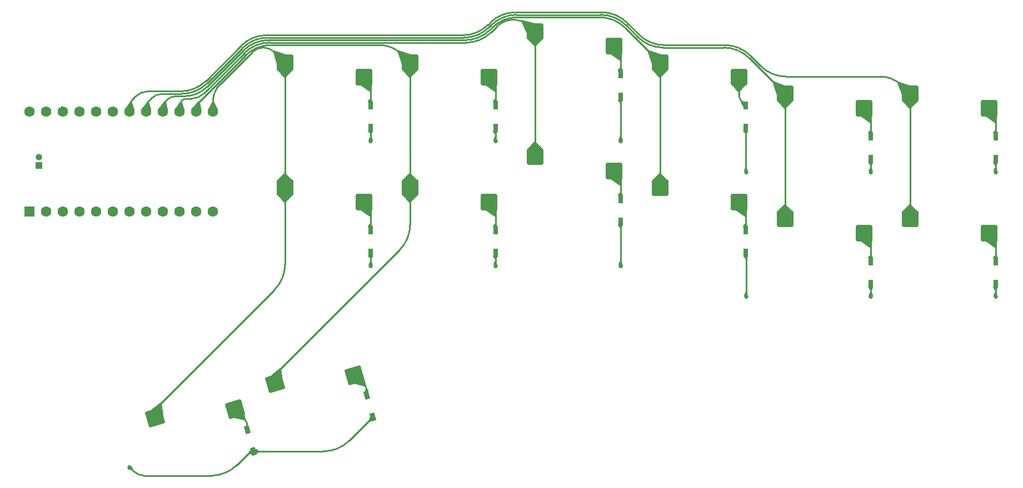
<source format=gbr>
%TF.GenerationSoftware,KiCad,Pcbnew,8.0.0*%
%TF.CreationDate,2024-03-11T23:34:34-04:00*%
%TF.ProjectId,Kiwi MKIII Right,4b697769-204d-44b4-9949-492052696768,rev?*%
%TF.SameCoordinates,Original*%
%TF.FileFunction,Copper,L2,Bot*%
%TF.FilePolarity,Positive*%
%FSLAX46Y46*%
G04 Gerber Fmt 4.6, Leading zero omitted, Abs format (unit mm)*
G04 Created by KiCad (PCBNEW 8.0.0) date 2024-03-11 23:34:34*
%MOMM*%
%LPD*%
G01*
G04 APERTURE LIST*
G04 Aperture macros list*
%AMRoundRect*
0 Rectangle with rounded corners*
0 $1 Rounding radius*
0 $2 $3 $4 $5 $6 $7 $8 $9 X,Y pos of 4 corners*
0 Add a 4 corners polygon primitive as box body*
4,1,4,$2,$3,$4,$5,$6,$7,$8,$9,$2,$3,0*
0 Add four circle primitives for the rounded corners*
1,1,$1+$1,$2,$3*
1,1,$1+$1,$4,$5*
1,1,$1+$1,$6,$7*
1,1,$1+$1,$8,$9*
0 Add four rect primitives between the rounded corners*
20,1,$1+$1,$2,$3,$4,$5,0*
20,1,$1+$1,$4,$5,$6,$7,0*
20,1,$1+$1,$6,$7,$8,$9,0*
20,1,$1+$1,$8,$9,$2,$3,0*%
%AMRotRect*
0 Rectangle, with rotation*
0 The origin of the aperture is its center*
0 $1 length*
0 $2 width*
0 $3 Rotation angle, in degrees counterclockwise*
0 Add horizontal line*
21,1,$1,$2,0,0,$3*%
G04 Aperture macros list end*
%TA.AperFunction,SMDPad,CuDef*%
%ADD10RoundRect,0.250000X-1.025000X-1.000000X1.025000X-1.000000X1.025000X1.000000X-1.025000X1.000000X0*%
%TD*%
%TA.AperFunction,SMDPad,CuDef*%
%ADD11RoundRect,0.250000X-0.709656X-1.243790X1.260931X-0.678733X0.709656X1.243790X-1.260931X0.678733X0*%
%TD*%
%TA.AperFunction,ComponentPad*%
%ADD12R,1.600000X1.600000*%
%TD*%
%TA.AperFunction,ComponentPad*%
%ADD13C,1.600000*%
%TD*%
%TA.AperFunction,ComponentPad*%
%ADD14R,1.000000X1.000000*%
%TD*%
%TA.AperFunction,ComponentPad*%
%ADD15O,1.000000X1.000000*%
%TD*%
%TA.AperFunction,SMDPad,CuDef*%
%ADD16R,0.750000X1.200000*%
%TD*%
%TA.AperFunction,SMDPad,CuDef*%
%ADD17RotRect,0.750000X1.200000X16.000000*%
%TD*%
%TA.AperFunction,ViaPad*%
%ADD18C,0.685800*%
%TD*%
%TA.AperFunction,Conductor*%
%ADD19C,0.250000*%
%TD*%
G04 APERTURE END LIST*
D10*
%TO.P,SW310,1,1*%
%TO.N,COLUMN 9*%
X133879300Y-125780200D03*
%TO.P,SW310,2,2*%
%TO.N,Net-(D310-A)*%
X145879300Y-127980200D03*
%TD*%
%TO.P,SW303,1,1*%
%TO.N,COLUMN 8*%
X152929300Y-111492700D03*
%TO.P,SW303,2,2*%
%TO.N,Net-(D303-A)*%
X164929300Y-113692700D03*
%TD*%
%TO.P,SW302,1,1*%
%TO.N,COLUMN 7*%
X171979300Y-116255200D03*
%TO.P,SW302,2,2*%
%TO.N,Net-(D302-A)*%
X183979300Y-118455200D03*
%TD*%
%TO.P,SW305,1,1*%
%TO.N,COLUMN 10*%
X114829300Y-111492700D03*
%TO.P,SW305,2,2*%
%TO.N,Net-(D305-A)*%
X126829300Y-113692700D03*
%TD*%
%TO.P,SW304,1,1*%
%TO.N,COLUMN 9*%
X133879300Y-106730200D03*
%TO.P,SW304,2,2*%
%TO.N,Net-(D304-A)*%
X145879300Y-108930200D03*
%TD*%
%TO.P,SW309,1,1*%
%TO.N,COLUMN 8*%
X152929300Y-130542700D03*
%TO.P,SW309,2,2*%
%TO.N,Net-(D309-A)*%
X164929300Y-132742700D03*
%TD*%
%TO.P,SW307,1,1*%
%TO.N,COLUMN 6*%
X191029300Y-135305200D03*
%TO.P,SW307,2,2*%
%TO.N,Net-(D307-A)*%
X203029300Y-137505200D03*
%TD*%
%TO.P,SW311,1,1*%
%TO.N,COLUMN 10*%
X114829300Y-130542700D03*
%TO.P,SW311,2,2*%
%TO.N,Net-(D311-A)*%
X126829300Y-132742700D03*
%TD*%
D11*
%TO.P,SW313,1,1*%
%TO.N,COLUMN 10*%
X94261060Y-160314861D03*
%TO.P,SW313,2,2*%
%TO.N,Net-(D313-A)*%
X106402602Y-159121988D03*
%TD*%
D10*
%TO.P,SW308,1,1*%
%TO.N,COLUMN 7*%
X171979300Y-135305200D03*
%TO.P,SW308,2,2*%
%TO.N,Net-(D308-A)*%
X183979300Y-137505200D03*
%TD*%
D12*
%TO.P,U301,1,TX*%
%TO.N,unconnected-(U301-TX-Pad1)*%
X56859300Y-134162700D03*
D13*
%TO.P,U301,2,RX*%
%TO.N,unconnected-(U301-RX-Pad2)*%
X59399300Y-134162700D03*
%TO.P,U301,3,GND*%
%TO.N,GND3*%
X61939300Y-134162700D03*
%TO.P,U301,4,GND*%
X64479300Y-134162700D03*
%TO.P,U301,5,SDA*%
%TO.N,unconnected-(U301-SDA-Pad5)*%
X67019300Y-134162700D03*
%TO.P,U301,6,SCL*%
%TO.N,unconnected-(U301-SCL-Pad6)*%
X69559300Y-134162700D03*
%TO.P,U301,7,D4*%
%TO.N,Row 5*%
X72099300Y-134162700D03*
%TO.P,U301,8,C6*%
%TO.N,Row 4*%
X74639300Y-134162700D03*
%TO.P,U301,9,D7*%
%TO.N,Row 3*%
X77179300Y-134162700D03*
%TO.P,U301,10,E6*%
%TO.N,unconnected-(U301-E6-Pad10)*%
X79719300Y-134162700D03*
%TO.P,U301,11,B4*%
%TO.N,unconnected-(U301-B4-Pad11)*%
X82259300Y-134162700D03*
%TO.P,U301,12,B5*%
%TO.N,unconnected-(U301-B5-Pad12)*%
X84799300Y-134162700D03*
%TO.P,U301,13,B6*%
%TO.N,COLUMN 11*%
X84799300Y-118922700D03*
%TO.P,U301,14,B2*%
%TO.N,COLUMN 10*%
X82259300Y-118922700D03*
%TO.P,U301,15,B3*%
%TO.N,COLUMN 9*%
X79719300Y-118922700D03*
%TO.P,U301,16,B1*%
%TO.N,COLUMN 8*%
X77179300Y-118922700D03*
%TO.P,U301,17,F7*%
%TO.N,COLUMN 7*%
X74639300Y-118922700D03*
%TO.P,U301,18,F6*%
%TO.N,COLUMN 6*%
X72099300Y-118922700D03*
%TO.P,U301,19,F5*%
%TO.N,unconnected-(U301-F5-Pad19)*%
X69559300Y-118922700D03*
%TO.P,U301,20,F4*%
%TO.N,unconnected-(U301-F4-Pad20)*%
X67019300Y-118922700D03*
%TO.P,U301,21,VCC*%
%TO.N,unconnected-(U301-VCC-Pad21)*%
X64479300Y-118922700D03*
%TO.P,U301,22,RST*%
%TO.N,unconnected-(U301-RST-Pad22)*%
X61939300Y-118922700D03*
%TO.P,U301,23,GND*%
%TO.N,GND3*%
X59399300Y-118922700D03*
%TO.P,U301,24,RAW*%
%TO.N,Net-(BT301-+)*%
X56859300Y-118922700D03*
%TD*%
D10*
%TO.P,SW312,1,1*%
%TO.N,COLUMN 11*%
X95779300Y-130542700D03*
%TO.P,SW312,2,2*%
%TO.N,Net-(D312-A)*%
X107779300Y-132742700D03*
%TD*%
D14*
%TO.P,BT301,1,+*%
%TO.N,Net-(BT301-+)*%
X58279293Y-127167700D03*
D15*
%TO.P,BT301,2,-*%
%TO.N,Net-(BT301--)*%
X58279293Y-125897700D03*
%TD*%
D11*
%TO.P,SW314,1,1*%
%TO.N,COLUMN 11*%
X75997088Y-165551971D03*
%TO.P,SW314,2,2*%
%TO.N,Net-(D314-A)*%
X88138630Y-164359098D03*
%TD*%
D10*
%TO.P,SW301,1,1*%
%TO.N,COLUMN 6*%
X191029300Y-116255200D03*
%TO.P,SW301,2,2*%
%TO.N,Net-(D301-A)*%
X203029300Y-118455200D03*
%TD*%
%TO.P,SW306,1,1*%
%TO.N,COLUMN 11*%
X95779300Y-111492700D03*
%TO.P,SW306,2,2*%
%TO.N,Net-(D306-A)*%
X107779300Y-113692700D03*
%TD*%
D16*
%TO.P,D309,1,K*%
%TO.N,Row 4*%
X165929300Y-140442700D03*
%TO.P,D309,2,A*%
%TO.N,Net-(D309-A)*%
X165929300Y-137042700D03*
%TD*%
%TO.P,D301,1,K*%
%TO.N,Row 3*%
X204029300Y-126155200D03*
%TO.P,D301,2,A*%
%TO.N,Net-(D301-A)*%
X204029300Y-122755200D03*
%TD*%
%TO.P,D310,1,K*%
%TO.N,Row 4*%
X146879300Y-135680200D03*
%TO.P,D310,2,A*%
%TO.N,Net-(D310-A)*%
X146879300Y-132280200D03*
%TD*%
%TO.P,D312,1,K*%
%TO.N,Row 4*%
X108779300Y-140442700D03*
%TO.P,D312,2,A*%
%TO.N,Net-(D312-A)*%
X108779300Y-137042700D03*
%TD*%
D17*
%TO.P,D314,1,K*%
%TO.N,Row 5*%
X90983912Y-170738955D03*
%TO.P,D314,2,A*%
%TO.N,Net-(D314-A)*%
X90046744Y-167470665D03*
%TD*%
D16*
%TO.P,D304,1,K*%
%TO.N,Row 3*%
X146879300Y-116630200D03*
%TO.P,D304,2,A*%
%TO.N,Net-(D304-A)*%
X146879300Y-113230200D03*
%TD*%
%TO.P,D305,1,K*%
%TO.N,Row 3*%
X127829300Y-121392700D03*
%TO.P,D305,2,A*%
%TO.N,Net-(D305-A)*%
X127829300Y-117992700D03*
%TD*%
%TO.P,D303,1,K*%
%TO.N,Row 3*%
X165929300Y-121392700D03*
%TO.P,D303,2,A*%
%TO.N,Net-(D303-A)*%
X165929300Y-117992700D03*
%TD*%
D17*
%TO.P,D313,1,K*%
%TO.N,Row 5*%
X109183912Y-165488955D03*
%TO.P,D313,2,A*%
%TO.N,Net-(D313-A)*%
X108246744Y-162220665D03*
%TD*%
D16*
%TO.P,D311,1,K*%
%TO.N,Row 4*%
X127829300Y-140442700D03*
%TO.P,D311,2,A*%
%TO.N,Net-(D311-A)*%
X127829300Y-137042700D03*
%TD*%
%TO.P,D302,1,K*%
%TO.N,Row 3*%
X184979300Y-126155200D03*
%TO.P,D302,2,A*%
%TO.N,Net-(D302-A)*%
X184979300Y-122755200D03*
%TD*%
%TO.P,D307,1,K*%
%TO.N,Row 4*%
X204029300Y-145205200D03*
%TO.P,D307,2,A*%
%TO.N,Net-(D307-A)*%
X204029300Y-141805200D03*
%TD*%
%TO.P,D306,1,K*%
%TO.N,Row 3*%
X108779300Y-121392700D03*
%TO.P,D306,2,A*%
%TO.N,Net-(D306-A)*%
X108779300Y-117992700D03*
%TD*%
%TO.P,D308,1,K*%
%TO.N,Row 4*%
X184979300Y-145205200D03*
%TO.P,D308,2,A*%
%TO.N,Net-(D308-A)*%
X184979300Y-141805200D03*
%TD*%
D18*
%TO.N,Row 3*%
X204029300Y-128155200D03*
X108829300Y-123442700D03*
X146929300Y-123442700D03*
X166029300Y-128155200D03*
X127829300Y-123442700D03*
X185029300Y-128155200D03*
%TO.N,Row 4*%
X185029300Y-147155200D03*
X127829300Y-142441993D03*
X146929300Y-142442700D03*
X166029300Y-147155200D03*
X108829300Y-142442700D03*
X204029300Y-147155200D03*
%TO.N,Row 5*%
X72099300Y-173172700D03*
%TD*%
D19*
%TO.N,Net-(D301-A)*%
X204029300Y-120162306D02*
X204029300Y-122755200D01*
X203529300Y-118955200D02*
X203029300Y-118455200D01*
X203529300Y-118955200D02*
G75*
G02*
X204029297Y-120162306I-1207100J-1207100D01*
G01*
%TO.N,Net-(D302-A)*%
X184479300Y-118955200D02*
X183979300Y-118455200D01*
X184979300Y-120162306D02*
X184979300Y-122755200D01*
X184479300Y-118955200D02*
G75*
G02*
X184979297Y-120162306I-1207100J-1207100D01*
G01*
%TO.N,Net-(D303-A)*%
X165429300Y-117492700D02*
X165929300Y-117992700D01*
X164929300Y-116285593D02*
X164929300Y-113692700D01*
X164929300Y-116285593D02*
G75*
G03*
X165429298Y-117492702I1707100J-7D01*
G01*
%TO.N,Net-(D304-A)*%
X146379300Y-109430200D02*
X145879300Y-108930200D01*
X146879300Y-110637306D02*
X146879300Y-113230200D01*
X146379300Y-109430200D02*
G75*
G02*
X146879297Y-110637306I-1207100J-1207100D01*
G01*
%TO.N,Net-(D305-A)*%
X127829300Y-115399806D02*
X127829300Y-117992700D01*
X127329300Y-114192700D02*
X126829300Y-113692700D01*
X127329300Y-114192700D02*
G75*
G02*
X127829297Y-115399806I-1207100J-1207100D01*
G01*
%TO.N,Net-(D306-A)*%
X108279300Y-114192700D02*
X107779300Y-113692700D01*
X108779300Y-115399806D02*
X108779300Y-117992700D01*
X108279300Y-114192700D02*
G75*
G02*
X108779297Y-115399806I-1207100J-1207100D01*
G01*
%TO.N,Net-(D307-A)*%
X204029300Y-139212306D02*
X204029300Y-141805200D01*
X203529300Y-138005200D02*
X203029300Y-137505200D01*
X203529300Y-138005200D02*
G75*
G02*
X204029297Y-139212306I-1207100J-1207100D01*
G01*
%TO.N,Net-(D308-A)*%
X184979300Y-139212306D02*
X184979300Y-141805200D01*
X184479300Y-138005200D02*
X183979300Y-137505200D01*
X184479300Y-138005200D02*
G75*
G02*
X184979297Y-139212306I-1207100J-1207100D01*
G01*
%TO.N,Net-(D309-A)*%
X165929300Y-134449806D02*
X165929300Y-137042700D01*
X165429300Y-133242700D02*
X164929300Y-132742700D01*
X165429300Y-133242700D02*
G75*
G02*
X165929297Y-134449806I-1207100J-1207100D01*
G01*
%TO.N,Net-(D310-A)*%
X146879300Y-129687306D02*
X146879300Y-132280200D01*
X146379300Y-128480200D02*
X145879300Y-127980200D01*
X146379300Y-128480200D02*
G75*
G02*
X146879297Y-129687306I-1207100J-1207100D01*
G01*
%TO.N,Net-(D311-A)*%
X127829300Y-134449806D02*
X127829300Y-137042700D01*
X127329300Y-133242700D02*
X126829300Y-132742700D01*
X127329300Y-133242700D02*
G75*
G02*
X127829297Y-134449806I-1207100J-1207100D01*
G01*
%TO.N,Net-(D312-A)*%
X108279300Y-133242700D02*
X107779300Y-132742700D01*
X108779300Y-134449806D02*
X108779300Y-137042700D01*
X108279300Y-133242700D02*
G75*
G02*
X108779297Y-134449806I-1207100J-1207100D01*
G01*
%TO.N,Net-(D313-A)*%
X108246744Y-161593397D02*
X108246744Y-162220665D01*
X107803198Y-160522584D02*
X106402602Y-159121988D01*
X107803197Y-160522585D02*
G75*
G02*
X108246749Y-161593397I-1070797J-1070815D01*
G01*
%TO.N,Net-(D314-A)*%
X89621259Y-165841727D02*
X88138630Y-164359098D01*
X90046744Y-166868938D02*
X90046744Y-167470665D01*
X89621259Y-165841727D02*
G75*
G02*
X90046732Y-166868938I-1027159J-1027173D01*
G01*
%TO.N,COLUMN 6*%
X144041652Y-103792700D02*
X130883263Y-103792700D01*
X191029300Y-116255200D02*
X191029300Y-135305200D01*
X92958631Y-107284700D02*
X122883336Y-107284700D01*
X191029300Y-116255200D02*
X189698050Y-114923950D01*
X72939296Y-116682677D02*
X72594283Y-117027690D01*
X172103921Y-113592700D02*
X186484128Y-113592700D01*
X162795994Y-108792700D02*
X153549579Y-108792700D01*
X166643750Y-110386492D02*
X168256165Y-111998907D01*
X147889408Y-105386492D02*
X149701823Y-107198907D01*
X89110875Y-108878492D02*
X83740479Y-114248888D01*
X72099300Y-118222687D02*
X72099300Y-118922700D01*
X79892723Y-115842681D02*
X74967227Y-115842681D01*
X127035506Y-105386492D02*
X126731092Y-105690907D01*
X83740479Y-114248888D02*
G75*
G02*
X79892723Y-115842687I-3847779J3847788D01*
G01*
X166643750Y-110386492D02*
G75*
G03*
X162795994Y-108792719I-3847750J-3847808D01*
G01*
X126731092Y-105690907D02*
G75*
G02*
X122883336Y-107284710I-3847792J3847807D01*
G01*
X147889408Y-105386492D02*
G75*
G03*
X144041652Y-103792749I-3847708J-3847808D01*
G01*
X72594283Y-117027690D02*
G75*
G03*
X72099296Y-118222687I1195017J-1195010D01*
G01*
X189698050Y-114923950D02*
G75*
G03*
X186484128Y-113592689I-3213950J-3213950D01*
G01*
X130883263Y-103792700D02*
G75*
G03*
X127035515Y-105386501I37J-5441600D01*
G01*
X74967227Y-115842681D02*
G75*
G03*
X72939285Y-116682666I-27J-2867919D01*
G01*
X92958631Y-107284700D02*
G75*
G03*
X89110870Y-108878487I-31J-5441500D01*
G01*
X168256166Y-111998906D02*
G75*
G03*
X172103921Y-113592669I3847734J3847806D01*
G01*
X149701823Y-107198907D02*
G75*
G03*
X153549579Y-108792699I3847777J3847807D01*
G01*
%TO.N,COLUMN 7*%
X131039421Y-104169700D02*
X143885494Y-104169700D01*
X149545665Y-107575907D02*
X147733250Y-105763492D01*
X77136785Y-116219681D02*
X80048882Y-116219681D01*
X171979300Y-116255200D02*
X166487592Y-110763492D01*
X75370796Y-116951177D02*
X75077715Y-117244258D01*
X162639836Y-109169700D02*
X153393421Y-109169700D01*
X89267033Y-109255492D02*
X83896638Y-114625888D01*
X171979300Y-116255200D02*
X171979300Y-135305200D01*
X127191664Y-105763492D02*
X126887250Y-106067907D01*
X123039494Y-107661700D02*
X93114789Y-107661700D01*
X74639300Y-118302687D02*
X74639300Y-118922700D01*
X147733250Y-105763492D02*
G75*
G03*
X143885494Y-104169719I-3847750J-3847808D01*
G01*
X93114789Y-107661700D02*
G75*
G03*
X89267049Y-109255508I11J-5441500D01*
G01*
X131039421Y-104169700D02*
G75*
G03*
X127191644Y-105763472I-21J-5441600D01*
G01*
X83896638Y-114625888D02*
G75*
G02*
X80048882Y-116219658I-3847738J3847788D01*
G01*
X166487591Y-110763493D02*
G75*
G03*
X162639836Y-109169690I-3847791J-3847807D01*
G01*
X75077716Y-117244259D02*
G75*
G03*
X74639278Y-118302687I1058384J-1058441D01*
G01*
X77136785Y-116219681D02*
G75*
G03*
X75370797Y-116951178I15J-2497519D01*
G01*
X149545666Y-107575906D02*
G75*
G03*
X153393421Y-109169669I3847734J3847806D01*
G01*
X126887250Y-106067907D02*
G75*
G02*
X123039494Y-107661680I-3847750J3847807D01*
G01*
%TO.N,COLUMN 8*%
X89423191Y-109632492D02*
X83920491Y-115135193D01*
X77752296Y-117169677D02*
X77596502Y-117325471D01*
X143729336Y-104546700D02*
X131195579Y-104546700D01*
X152929300Y-111492700D02*
X152929300Y-130542700D01*
X77179300Y-118332687D02*
X77179300Y-118922700D01*
X80392148Y-116596681D02*
X79135632Y-116596681D01*
X127347822Y-106140492D02*
X127043408Y-106444907D01*
X93270947Y-108038700D02*
X123195652Y-108038700D01*
X147577092Y-106140492D02*
X152929300Y-111492700D01*
X77596503Y-117325472D02*
G75*
G03*
X77179286Y-118332687I1007197J-1007228D01*
G01*
X127043408Y-106444907D02*
G75*
G02*
X123195652Y-108038721I-3847808J3847807D01*
G01*
X93270947Y-108038700D02*
G75*
G03*
X89423178Y-109632479I-47J-5441500D01*
G01*
X79135632Y-116596681D02*
G75*
G03*
X77752283Y-117169664I-32J-1956319D01*
G01*
X83920490Y-115135192D02*
G75*
G02*
X80392148Y-116596699I-3528390J3528392D01*
G01*
X131195579Y-104546700D02*
G75*
G03*
X127347823Y-106140493I21J-5441600D01*
G01*
X147577091Y-106140493D02*
G75*
G03*
X143729336Y-104546690I-3847791J-3847807D01*
G01*
%TO.N,COLUMN 9*%
X132976050Y-105826950D02*
X133879300Y-106730200D01*
X83416621Y-116172221D02*
X89579349Y-110009492D01*
X127199566Y-106821906D02*
X128045943Y-105975530D01*
X133879300Y-106730200D02*
X133879300Y-125780200D01*
X123351810Y-108415700D02*
X93427105Y-108415700D01*
X81481727Y-116973681D02*
X80793058Y-116973681D01*
X130795411Y-104923700D02*
X130585287Y-104923700D01*
X79719300Y-118047439D02*
X79719300Y-118922700D01*
X132976049Y-105826951D02*
G75*
G03*
X130795411Y-104923696I-2180649J-2180649D01*
G01*
X127199566Y-106821906D02*
G75*
G02*
X123351810Y-108415691I-3847766J3847806D01*
G01*
X93427105Y-108415700D02*
G75*
G03*
X89579357Y-110009500I-5J-5441500D01*
G01*
X83416621Y-116172221D02*
G75*
G02*
X81481727Y-116973691I-1934921J1934921D01*
G01*
X80793058Y-116973681D02*
G75*
G03*
X80033826Y-117288207I42J-1073719D01*
G01*
X130585287Y-104923700D02*
G75*
G03*
X128045945Y-105975532I13J-3591200D01*
G01*
X80033796Y-117288177D02*
G75*
G03*
X79719310Y-118047439I759204J-759223D01*
G01*
%TO.N,COLUMN 10*%
X94722065Y-158549934D02*
X113235507Y-140036492D01*
X82259300Y-118392700D02*
X82259300Y-118922700D01*
X114829300Y-111492700D02*
X113479300Y-110142700D01*
X94261060Y-159662900D02*
X94261060Y-160314861D01*
X114829300Y-111492700D02*
X114829300Y-130542700D01*
X89735507Y-110386492D02*
X82634066Y-117487934D01*
X93583263Y-108792700D02*
X110220111Y-108792700D01*
X114829300Y-136188736D02*
X114829300Y-130542700D01*
X94722065Y-158549934D02*
G75*
G03*
X94261051Y-159662900I1112935J-1112966D01*
G01*
X82634067Y-117487935D02*
G75*
G03*
X82259291Y-118392700I904733J-904765D01*
G01*
X114829300Y-136188736D02*
G75*
G02*
X113235500Y-140036485I-5441600J36D01*
G01*
X93583263Y-108792700D02*
G75*
G03*
X89735536Y-110386521I37J-5441500D01*
G01*
X113479299Y-110142701D02*
G75*
G03*
X110220111Y-108792696I-3259199J-3259199D01*
G01*
%TO.N,COLUMN 11*%
X95779300Y-142238736D02*
X95779300Y-130542700D01*
X84799300Y-117389279D02*
X84799300Y-118922700D01*
X95779300Y-111492700D02*
X94153097Y-109866497D01*
X75997088Y-164913441D02*
X75997088Y-165551971D01*
X95779300Y-111492700D02*
X95779300Y-130542700D01*
X90788660Y-109866497D02*
X85883592Y-114771565D01*
X94185507Y-146086492D02*
X76448596Y-163823403D01*
X92470879Y-109169700D02*
G75*
G03*
X90788674Y-109866511I21J-2379000D01*
G01*
X85883592Y-114771565D02*
G75*
G03*
X84799283Y-117389279I2617708J-2617735D01*
G01*
X76448596Y-163823403D02*
G75*
G03*
X75997107Y-164913441I1090004J-1089997D01*
G01*
X94153097Y-109866497D02*
G75*
G03*
X92470879Y-109169710I-1682197J-1682203D01*
G01*
X95779300Y-142238736D02*
G75*
G02*
X94185500Y-146086485I-5441600J36D01*
G01*
%TO.N,Row 3*%
X108829300Y-123442700D02*
X108829300Y-121442700D01*
X185029300Y-128155200D02*
X185029300Y-126155200D01*
X165979300Y-128069844D02*
X165979300Y-121478055D01*
X166004300Y-128130200D02*
X166029300Y-128155200D01*
X127829300Y-123442700D02*
X127829300Y-121392700D01*
X204029300Y-128155200D02*
X204029300Y-126155200D01*
X146929300Y-123442700D02*
X146929300Y-121442700D01*
X165954300Y-121417700D02*
X165929300Y-121392700D01*
X146904300Y-123417700D02*
X146929300Y-123442700D01*
X146879300Y-123357344D02*
X146879300Y-116630200D01*
X165954300Y-121417700D02*
G75*
G02*
X165979318Y-121478055I-60400J-60400D01*
G01*
X146879300Y-123357344D02*
G75*
G03*
X146904313Y-123417687I85400J44D01*
G01*
X165979300Y-128069844D02*
G75*
G03*
X166004313Y-128130187I85400J44D01*
G01*
%TO.N,Row 4*%
X165979300Y-140492700D02*
X165929300Y-140442700D01*
X146879300Y-142357344D02*
X146879300Y-135680200D01*
X127829300Y-142441993D02*
X127829300Y-140442700D01*
X146904300Y-142417700D02*
X146929300Y-142442700D01*
X108829300Y-142442700D02*
X108829300Y-140442700D01*
X166029300Y-140613410D02*
X166029300Y-147155200D01*
X204029300Y-147155200D02*
X204029300Y-145205200D01*
X185029300Y-147155200D02*
X185029300Y-145155200D01*
X146879300Y-142357344D02*
G75*
G03*
X146904313Y-142417687I85400J44D01*
G01*
X165979300Y-140492700D02*
G75*
G02*
X166029295Y-140613410I-120700J-120700D01*
G01*
%TO.N,Row 5*%
X105527704Y-169145162D02*
X109183912Y-165488955D01*
X91209345Y-170738955D02*
X90758478Y-170738955D01*
X72099300Y-173172700D02*
X72734300Y-173807700D01*
X88423092Y-172848906D02*
X90373639Y-170898360D01*
X101679948Y-170738955D02*
X91209345Y-170738955D01*
X84575336Y-174442700D02*
X74267325Y-174442700D01*
X105527703Y-169145161D02*
G75*
G02*
X101679948Y-170738986I-3847803J3847761D01*
G01*
X90758478Y-170738955D02*
G75*
G03*
X90373650Y-170898371I22J-544245D01*
G01*
X72734300Y-173807700D02*
G75*
G03*
X74267325Y-174442689I1533000J1533000D01*
G01*
X88423092Y-172848906D02*
G75*
G02*
X84575336Y-174442709I-3847792J3847806D01*
G01*
%TD*%
%TA.AperFunction,Conductor*%
%TO.N,COLUMN 10*%
G36*
X114836605Y-111501298D02*
G01*
X114838435Y-111503128D01*
X115823189Y-112735055D01*
X115825678Y-112743657D01*
X115822855Y-112750064D01*
X114957796Y-113738704D01*
X114949769Y-113742674D01*
X114948991Y-113742700D01*
X114709609Y-113742700D01*
X114701336Y-113739273D01*
X114700804Y-113738705D01*
X114700804Y-113738704D01*
X113835743Y-112750064D01*
X113832875Y-112741582D01*
X113835408Y-112735057D01*
X114820162Y-111503131D01*
X114828003Y-111498809D01*
X114836605Y-111501298D01*
G37*
%TD.AperFunction*%
%TD*%
%TA.AperFunction,Conductor*%
%TO.N,Net-(D313-A)*%
G36*
X108320444Y-161192979D02*
G01*
X108326212Y-161199646D01*
X108440661Y-161537082D01*
X108440830Y-161544057D01*
X108253388Y-162199462D01*
X108247818Y-162206474D01*
X108238922Y-162207494D01*
X108232904Y-162203429D01*
X107854011Y-161716403D01*
X107851636Y-161707769D01*
X107852904Y-161703746D01*
X108082524Y-161270147D01*
X108089244Y-161264499D01*
X108311517Y-161192277D01*
X108320444Y-161192979D01*
G37*
%TD.AperFunction*%
%TD*%
%TA.AperFunction,Conductor*%
%TO.N,Net-(D314-A)*%
G36*
X88153042Y-164364387D02*
G01*
X89633934Y-164966506D01*
X89640306Y-164972795D01*
X89641034Y-164975229D01*
X89800432Y-165843100D01*
X89798556Y-165851857D01*
X89795801Y-165854679D01*
X89603666Y-165994275D01*
X89594959Y-165996366D01*
X89594479Y-165996280D01*
X88059474Y-165687073D01*
X88052040Y-165682080D01*
X88050110Y-165674823D01*
X88136963Y-164374444D01*
X88140934Y-164366420D01*
X88149417Y-164363552D01*
X88153042Y-164364387D01*
G37*
%TD.AperFunction*%
%TD*%
%TA.AperFunction,Conductor*%
%TO.N,Row 4*%
G36*
X166154240Y-146472827D02*
G01*
X166157024Y-146477276D01*
X166342505Y-147013590D01*
X166341971Y-147022529D01*
X166335954Y-147028211D01*
X166033806Y-147154319D01*
X166024852Y-147154343D01*
X166024794Y-147154319D01*
X165722645Y-147028211D01*
X165716330Y-147021862D01*
X165716094Y-147013591D01*
X165901576Y-146477275D01*
X165907518Y-146470577D01*
X165912633Y-146469400D01*
X166145967Y-146469400D01*
X166154240Y-146472827D01*
G37*
%TD.AperFunction*%
%TD*%
%TA.AperFunction,Conductor*%
%TO.N,COLUMN 10*%
G36*
X114957264Y-128296127D02*
G01*
X114957796Y-128296695D01*
X115822855Y-129285334D01*
X115825724Y-129293817D01*
X115823189Y-129300344D01*
X114838439Y-130532267D01*
X114830597Y-130536590D01*
X114821995Y-130534101D01*
X114820161Y-130532267D01*
X113835410Y-129300344D01*
X113832921Y-129291742D01*
X113835742Y-129285336D01*
X114700804Y-128296694D01*
X114708831Y-128292726D01*
X114709609Y-128292700D01*
X114948991Y-128292700D01*
X114957264Y-128296127D01*
G37*
%TD.AperFunction*%
%TD*%
%TA.AperFunction,Conductor*%
%TO.N,Row 3*%
G36*
X127954240Y-122760327D02*
G01*
X127957024Y-122764776D01*
X128142505Y-123301090D01*
X128141971Y-123310029D01*
X128135954Y-123315711D01*
X127833806Y-123441819D01*
X127824852Y-123441843D01*
X127824794Y-123441819D01*
X127522645Y-123315711D01*
X127516330Y-123309362D01*
X127516094Y-123301091D01*
X127701576Y-122764775D01*
X127707518Y-122758077D01*
X127712633Y-122756900D01*
X127945967Y-122756900D01*
X127954240Y-122760327D01*
G37*
%TD.AperFunction*%
%TD*%
%TA.AperFunction,Conductor*%
%TO.N,Row 4*%
G36*
X127835494Y-140453876D02*
G01*
X127839226Y-140457608D01*
X128200304Y-141036296D01*
X128201776Y-141045129D01*
X128200113Y-141048980D01*
X127957773Y-141412490D01*
X127950333Y-141417473D01*
X127948038Y-141417700D01*
X127710562Y-141417700D01*
X127702289Y-141414273D01*
X127700827Y-141412490D01*
X127620046Y-141291320D01*
X127458485Y-141048978D01*
X127456748Y-141040195D01*
X127458293Y-141036299D01*
X127819374Y-140457607D01*
X127826661Y-140452404D01*
X127835494Y-140453876D01*
G37*
%TD.AperFunction*%
%TD*%
%TA.AperFunction,Conductor*%
%TO.N,COLUMN 8*%
G36*
X77453110Y-117310879D02*
G01*
X77453991Y-117311649D01*
X77594282Y-117447278D01*
X77622056Y-117474129D01*
X77625253Y-117479620D01*
X77915867Y-118606716D01*
X77914615Y-118615583D01*
X77909021Y-118620444D01*
X77185839Y-118920417D01*
X77176884Y-118920422D01*
X77173075Y-118917874D01*
X76620948Y-118364366D01*
X76617531Y-118356088D01*
X76620041Y-118348862D01*
X77436679Y-117312824D01*
X77444491Y-117308449D01*
X77453110Y-117310879D01*
G37*
%TD.AperFunction*%
%TD*%
%TA.AperFunction,Conductor*%
%TO.N,Net-(D310-A)*%
G36*
X147006311Y-131308627D02*
G01*
X147007773Y-131310410D01*
X147250113Y-131673919D01*
X147251851Y-131682704D01*
X147250304Y-131686603D01*
X146889226Y-132265291D01*
X146881939Y-132270495D01*
X146873106Y-132269023D01*
X146869374Y-132265291D01*
X146508295Y-131686603D01*
X146506823Y-131677770D01*
X146508483Y-131673924D01*
X146750827Y-131310410D01*
X146758267Y-131305427D01*
X146760562Y-131305200D01*
X146998038Y-131305200D01*
X147006311Y-131308627D01*
G37*
%TD.AperFunction*%
%TD*%
%TA.AperFunction,Conductor*%
%TO.N,COLUMN 11*%
G36*
X95907264Y-128296127D02*
G01*
X95907796Y-128296695D01*
X96772855Y-129285334D01*
X96775724Y-129293817D01*
X96773189Y-129300344D01*
X95788439Y-130532267D01*
X95780597Y-130536590D01*
X95771995Y-130534101D01*
X95770161Y-130532267D01*
X94785410Y-129300344D01*
X94782921Y-129291742D01*
X94785742Y-129285336D01*
X95650804Y-128296694D01*
X95658831Y-128292726D01*
X95659609Y-128292700D01*
X95898991Y-128292700D01*
X95907264Y-128296127D01*
G37*
%TD.AperFunction*%
%TD*%
%TA.AperFunction,Conductor*%
%TO.N,COLUMN 9*%
G36*
X133900620Y-105477974D02*
G01*
X133907850Y-105483258D01*
X133909554Y-105489619D01*
X133880462Y-106721255D01*
X133876840Y-106729445D01*
X133871163Y-106732431D01*
X132613361Y-106995862D01*
X132604561Y-106994203D01*
X132600371Y-106989377D01*
X131771203Y-105220304D01*
X131770755Y-105211479D01*
X131848247Y-104990022D01*
X131854213Y-104983347D01*
X131862052Y-104982519D01*
X133900620Y-105477974D01*
G37*
%TD.AperFunction*%
%TD*%
%TA.AperFunction,Conductor*%
%TO.N,Row 5*%
G36*
X72414885Y-173045681D02*
G01*
X72420902Y-173051363D01*
X72565415Y-173348681D01*
X72632939Y-173487603D01*
X72668979Y-173561749D01*
X72669513Y-173570688D01*
X72666729Y-173575137D01*
X72501737Y-173740129D01*
X72493464Y-173743556D01*
X72488350Y-173742379D01*
X72116726Y-173561749D01*
X71977963Y-173494302D01*
X71972021Y-173487603D01*
X71972257Y-173479331D01*
X72096737Y-173176507D01*
X72103050Y-173170160D01*
X72405931Y-173045657D01*
X72414885Y-173045681D01*
G37*
%TD.AperFunction*%
%TD*%
%TA.AperFunction,Conductor*%
%TO.N,Row 3*%
G36*
X185154240Y-127472827D02*
G01*
X185157024Y-127477276D01*
X185342505Y-128013590D01*
X185341971Y-128022529D01*
X185335954Y-128028211D01*
X185033806Y-128154319D01*
X185024852Y-128154343D01*
X185024794Y-128154319D01*
X184722645Y-128028211D01*
X184716330Y-128021862D01*
X184716094Y-128013591D01*
X184901576Y-127477275D01*
X184907518Y-127470577D01*
X184912633Y-127469400D01*
X185145967Y-127469400D01*
X185154240Y-127472827D01*
G37*
%TD.AperFunction*%
%TD*%
%TA.AperFunction,Conductor*%
%TO.N,COLUMN 6*%
G36*
X72231212Y-117311116D02*
G01*
X72440338Y-117417672D01*
X72446140Y-117424440D01*
X72835013Y-118606249D01*
X72834344Y-118615179D01*
X72828385Y-118620712D01*
X72103335Y-118921727D01*
X72094380Y-118921734D01*
X72094358Y-118921725D01*
X71373246Y-118621977D01*
X71366922Y-118615637D01*
X71366933Y-118606682D01*
X71367959Y-118604748D01*
X72216129Y-117315111D01*
X72223536Y-117310084D01*
X72231212Y-117311116D01*
G37*
%TD.AperFunction*%
%TD*%
%TA.AperFunction,Conductor*%
%TO.N,COLUMN 11*%
G36*
X95786605Y-130551298D02*
G01*
X95788435Y-130553128D01*
X96773189Y-131785055D01*
X96775678Y-131793657D01*
X96772855Y-131800064D01*
X95907796Y-132788704D01*
X95899769Y-132792674D01*
X95898991Y-132792700D01*
X95659609Y-132792700D01*
X95651336Y-132789273D01*
X95650804Y-132788705D01*
X95650804Y-132788704D01*
X94785743Y-131800064D01*
X94782875Y-131791582D01*
X94785408Y-131785057D01*
X95770162Y-130553131D01*
X95778003Y-130548809D01*
X95786605Y-130551298D01*
G37*
%TD.AperFunction*%
%TD*%
%TA.AperFunction,Conductor*%
%TO.N,COLUMN 8*%
G36*
X151130825Y-109513029D02*
G01*
X153084782Y-110239454D01*
X153091342Y-110245548D01*
X153092305Y-110251937D01*
X152931199Y-111484284D01*
X152926729Y-111492043D01*
X152920861Y-111494399D01*
X151663421Y-111630922D01*
X151654826Y-111628408D01*
X151651163Y-111623289D01*
X150949560Y-109694191D01*
X150949952Y-109685248D01*
X150952279Y-109681925D01*
X151118481Y-109515723D01*
X151126753Y-109512297D01*
X151130825Y-109513029D01*
G37*
%TD.AperFunction*%
%TD*%
%TA.AperFunction,Conductor*%
%TO.N,COLUMN 7*%
G36*
X171986605Y-116263798D02*
G01*
X171988435Y-116265628D01*
X172973189Y-117497555D01*
X172975678Y-117506157D01*
X172972855Y-117512564D01*
X172107796Y-118501204D01*
X172099769Y-118505174D01*
X172098991Y-118505200D01*
X171859609Y-118505200D01*
X171851336Y-118501773D01*
X171850804Y-118501205D01*
X171850804Y-118501204D01*
X170985743Y-117512564D01*
X170982875Y-117504082D01*
X170985408Y-117497557D01*
X171970162Y-116265631D01*
X171978003Y-116261309D01*
X171986605Y-116263798D01*
G37*
%TD.AperFunction*%
%TD*%
%TA.AperFunction,Conductor*%
%TO.N,Row 5*%
G36*
X91275255Y-170368493D02*
G01*
X91742707Y-170610682D01*
X91748477Y-170617529D01*
X91749025Y-170621069D01*
X91749025Y-170858875D01*
X91745598Y-170867148D01*
X91745314Y-170867423D01*
X91488727Y-171107250D01*
X91480343Y-171110395D01*
X91473706Y-171108053D01*
X91153737Y-170867423D01*
X90992286Y-170746004D01*
X90987734Y-170738295D01*
X90989967Y-170729625D01*
X91260543Y-170371824D01*
X91268266Y-170367293D01*
X91275255Y-170368493D01*
G37*
%TD.AperFunction*%
%TD*%
%TA.AperFunction,Conductor*%
%TO.N,COLUMN 7*%
G36*
X74862830Y-117319063D02*
G01*
X75052437Y-117456828D01*
X75056830Y-117463151D01*
X75375622Y-118606575D01*
X75374543Y-118615464D01*
X75368836Y-118620523D01*
X74645948Y-118920506D01*
X74636994Y-118920512D01*
X74633181Y-118917963D01*
X74080756Y-118364174D01*
X74077339Y-118355897D01*
X74079662Y-118348913D01*
X74846577Y-117321528D01*
X74854272Y-117316949D01*
X74862830Y-117319063D01*
G37*
%TD.AperFunction*%
%TD*%
%TA.AperFunction,Conductor*%
%TO.N,Net-(D303-A)*%
G36*
X165852637Y-117391261D02*
G01*
X165860241Y-117395989D01*
X165862357Y-117401479D01*
X165928884Y-117984717D01*
X165926416Y-117993325D01*
X165921700Y-117996867D01*
X165564586Y-118143388D01*
X165555631Y-118143358D01*
X165549561Y-118137550D01*
X165239047Y-117478439D01*
X165238621Y-117469495D01*
X165242754Y-117463988D01*
X165433218Y-117325607D01*
X165441923Y-117323516D01*
X165852637Y-117391261D01*
G37*
%TD.AperFunction*%
%TD*%
%TA.AperFunction,Conductor*%
%TO.N,Row 3*%
G36*
X146885494Y-116641376D02*
G01*
X146889226Y-116645108D01*
X147250304Y-117223796D01*
X147251776Y-117232629D01*
X147250113Y-117236480D01*
X147007773Y-117599990D01*
X147000333Y-117604973D01*
X146998038Y-117605200D01*
X146760562Y-117605200D01*
X146752289Y-117601773D01*
X146750827Y-117599990D01*
X146670046Y-117478820D01*
X146508485Y-117236478D01*
X146506748Y-117227695D01*
X146508293Y-117223799D01*
X146869374Y-116645107D01*
X146876661Y-116639904D01*
X146885494Y-116641376D01*
G37*
%TD.AperFunction*%
%TD*%
%TA.AperFunction,Conductor*%
%TO.N,Row 5*%
G36*
X90534149Y-170506047D02*
G01*
X90974196Y-170732875D01*
X90979978Y-170739711D01*
X90979234Y-170748635D01*
X90979221Y-170748659D01*
X90737880Y-171214188D01*
X90731030Y-171219956D01*
X90722830Y-171219534D01*
X90380782Y-171070914D01*
X90377172Y-171068456D01*
X90209497Y-170900781D01*
X90206070Y-170892508D01*
X90208754Y-170885051D01*
X90321576Y-170748635D01*
X90519772Y-170508989D01*
X90527685Y-170504799D01*
X90534149Y-170506047D01*
G37*
%TD.AperFunction*%
%TD*%
%TA.AperFunction,Conductor*%
%TO.N,Net-(D311-A)*%
G36*
X127956311Y-136071127D02*
G01*
X127957773Y-136072910D01*
X128200113Y-136436419D01*
X128201851Y-136445204D01*
X128200304Y-136449103D01*
X127839226Y-137027791D01*
X127831939Y-137032995D01*
X127823106Y-137031523D01*
X127819374Y-137027791D01*
X127458295Y-136449103D01*
X127456823Y-136440270D01*
X127458483Y-136436424D01*
X127700827Y-136072910D01*
X127708267Y-136067927D01*
X127710562Y-136067700D01*
X127948038Y-136067700D01*
X127956311Y-136071127D01*
G37*
%TD.AperFunction*%
%TD*%
%TA.AperFunction,Conductor*%
%TO.N,COLUMN 10*%
G36*
X114836605Y-130551298D02*
G01*
X114838435Y-130553128D01*
X115823189Y-131785055D01*
X115825678Y-131793657D01*
X115822855Y-131800064D01*
X114957796Y-132788704D01*
X114949769Y-132792674D01*
X114948991Y-132792700D01*
X114709609Y-132792700D01*
X114701336Y-132789273D01*
X114700804Y-132788705D01*
X114700804Y-132788704D01*
X113835743Y-131800064D01*
X113832875Y-131791582D01*
X113835408Y-131785057D01*
X114820162Y-130553131D01*
X114828003Y-130548809D01*
X114836605Y-130551298D01*
G37*
%TD.AperFunction*%
%TD*%
%TA.AperFunction,Conductor*%
%TO.N,COLUMN 7*%
G36*
X172107264Y-133058627D02*
G01*
X172107796Y-133059195D01*
X172972855Y-134047834D01*
X172975724Y-134056317D01*
X172973189Y-134062844D01*
X171988439Y-135294767D01*
X171980597Y-135299090D01*
X171971995Y-135296601D01*
X171970161Y-135294767D01*
X170985410Y-134062844D01*
X170982921Y-134054242D01*
X170985742Y-134047836D01*
X171850804Y-133059194D01*
X171858831Y-133055226D01*
X171859609Y-133055200D01*
X172098991Y-133055200D01*
X172107264Y-133058627D01*
G37*
%TD.AperFunction*%
%TD*%
%TA.AperFunction,Conductor*%
%TO.N,Net-(D305-A)*%
G36*
X127956311Y-117021127D02*
G01*
X127957773Y-117022910D01*
X128200113Y-117386419D01*
X128201851Y-117395204D01*
X128200304Y-117399103D01*
X127839226Y-117977791D01*
X127831939Y-117982995D01*
X127823106Y-117981523D01*
X127819374Y-117977791D01*
X127458295Y-117399103D01*
X127456823Y-117390270D01*
X127458483Y-117386424D01*
X127700827Y-117022910D01*
X127708267Y-117017927D01*
X127710562Y-117017700D01*
X127948038Y-117017700D01*
X127956311Y-117021127D01*
G37*
%TD.AperFunction*%
%TD*%
%TA.AperFunction,Conductor*%
%TO.N,COLUMN 10*%
G36*
X95059577Y-158050562D02*
G01*
X95226156Y-158217141D01*
X95229458Y-158223711D01*
X95482586Y-159944297D01*
X95480400Y-159952981D01*
X95474323Y-159957221D01*
X94269320Y-160312920D01*
X94260416Y-160311976D01*
X94255793Y-160307404D01*
X94060205Y-159957221D01*
X93638870Y-159202857D01*
X93637829Y-159193965D01*
X93641710Y-159188072D01*
X95043931Y-158049750D01*
X95052513Y-158047198D01*
X95059577Y-158050562D01*
G37*
%TD.AperFunction*%
%TD*%
%TA.AperFunction,Conductor*%
%TO.N,Net-(D312-A)*%
G36*
X107788667Y-132749568D02*
G01*
X107791312Y-132751131D01*
X109049102Y-133738619D01*
X109053493Y-133746424D01*
X109053488Y-133749259D01*
X108905570Y-134944775D01*
X108901154Y-134952564D01*
X108893959Y-134955038D01*
X108657918Y-134955038D01*
X108651313Y-134952995D01*
X107255096Y-133998112D01*
X107250202Y-133990614D01*
X107250934Y-133983877D01*
X107773322Y-132755752D01*
X107779712Y-132749483D01*
X107788667Y-132749568D01*
G37*
%TD.AperFunction*%
%TD*%
%TA.AperFunction,Conductor*%
%TO.N,Net-(D306-A)*%
G36*
X107788667Y-113699568D02*
G01*
X107791312Y-113701131D01*
X109049102Y-114688619D01*
X109053493Y-114696424D01*
X109053488Y-114699259D01*
X108905570Y-115894775D01*
X108901154Y-115902564D01*
X108893959Y-115905038D01*
X108657918Y-115905038D01*
X108651313Y-115902995D01*
X107255096Y-114948112D01*
X107250202Y-114940614D01*
X107250934Y-114933877D01*
X107773322Y-113705752D01*
X107779712Y-113699483D01*
X107788667Y-113699568D01*
G37*
%TD.AperFunction*%
%TD*%
%TA.AperFunction,Conductor*%
%TO.N,Net-(D306-A)*%
G36*
X108906311Y-117021127D02*
G01*
X108907773Y-117022910D01*
X109150113Y-117386419D01*
X109151851Y-117395204D01*
X109150304Y-117399103D01*
X108789226Y-117977791D01*
X108781939Y-117982995D01*
X108773106Y-117981523D01*
X108769374Y-117977791D01*
X108408295Y-117399103D01*
X108406823Y-117390270D01*
X108408483Y-117386424D01*
X108650827Y-117022910D01*
X108658267Y-117017927D01*
X108660562Y-117017700D01*
X108898038Y-117017700D01*
X108906311Y-117021127D01*
G37*
%TD.AperFunction*%
%TD*%
%TA.AperFunction,Conductor*%
%TO.N,Net-(D307-A)*%
G36*
X204156311Y-140833627D02*
G01*
X204157773Y-140835410D01*
X204400113Y-141198919D01*
X204401851Y-141207704D01*
X204400304Y-141211603D01*
X204039226Y-141790291D01*
X204031939Y-141795495D01*
X204023106Y-141794023D01*
X204019374Y-141790291D01*
X203658295Y-141211603D01*
X203656823Y-141202770D01*
X203658483Y-141198924D01*
X203900827Y-140835410D01*
X203908267Y-140830427D01*
X203910562Y-140830200D01*
X204148038Y-140830200D01*
X204156311Y-140833627D01*
G37*
%TD.AperFunction*%
%TD*%
%TA.AperFunction,Conductor*%
%TO.N,Row 4*%
G36*
X184985543Y-145216830D02*
G01*
X184989648Y-145220785D01*
X185350721Y-145799464D01*
X185352193Y-145808297D01*
X185351119Y-145811164D01*
X185157603Y-146174006D01*
X185150686Y-146179693D01*
X185147279Y-146180200D01*
X184910297Y-146180200D01*
X184902024Y-146176773D01*
X184900798Y-146175331D01*
X184899845Y-146174006D01*
X184638994Y-145811314D01*
X184636947Y-145802599D01*
X184638343Y-145798667D01*
X184969574Y-145221156D01*
X184976662Y-145215686D01*
X184985543Y-145216830D01*
G37*
%TD.AperFunction*%
%TD*%
%TA.AperFunction,Conductor*%
%TO.N,Net-(D308-A)*%
G36*
X185106311Y-140833627D02*
G01*
X185107773Y-140835410D01*
X185350113Y-141198919D01*
X185351851Y-141207704D01*
X185350304Y-141211603D01*
X184989226Y-141790291D01*
X184981939Y-141795495D01*
X184973106Y-141794023D01*
X184969374Y-141790291D01*
X184608295Y-141211603D01*
X184606823Y-141202770D01*
X184608483Y-141198924D01*
X184850827Y-140835410D01*
X184858267Y-140830427D01*
X184860562Y-140830200D01*
X185098038Y-140830200D01*
X185106311Y-140833627D01*
G37*
%TD.AperFunction*%
%TD*%
%TA.AperFunction,Conductor*%
%TO.N,COLUMN 6*%
G36*
X191157264Y-133058627D02*
G01*
X191157796Y-133059195D01*
X192022855Y-134047834D01*
X192025724Y-134056317D01*
X192023189Y-134062844D01*
X191038439Y-135294767D01*
X191030597Y-135299090D01*
X191021995Y-135296601D01*
X191020161Y-135294767D01*
X190035410Y-134062844D01*
X190032921Y-134054242D01*
X190035742Y-134047836D01*
X190900804Y-133059194D01*
X190908831Y-133055226D01*
X190909609Y-133055200D01*
X191148991Y-133055200D01*
X191157264Y-133058627D01*
G37*
%TD.AperFunction*%
%TD*%
%TA.AperFunction,Conductor*%
%TO.N,Row 4*%
G36*
X204154240Y-146472827D02*
G01*
X204157024Y-146477276D01*
X204342505Y-147013590D01*
X204341971Y-147022529D01*
X204335954Y-147028211D01*
X204033806Y-147154319D01*
X204024852Y-147154343D01*
X204024794Y-147154319D01*
X203722645Y-147028211D01*
X203716330Y-147021862D01*
X203716094Y-147013591D01*
X203901576Y-146477275D01*
X203907518Y-146470577D01*
X203912633Y-146469400D01*
X204145967Y-146469400D01*
X204154240Y-146472827D01*
G37*
%TD.AperFunction*%
%TD*%
%TA.AperFunction,Conductor*%
%TO.N,Row 5*%
G36*
X109172954Y-165485255D02*
G01*
X109180115Y-165490630D01*
X109181379Y-165499495D01*
X109181290Y-165499822D01*
X108991470Y-166159864D01*
X108985890Y-166166867D01*
X108979269Y-166168291D01*
X108708237Y-166146037D01*
X108700921Y-166142649D01*
X108532634Y-165974362D01*
X108529207Y-165966089D01*
X108530043Y-165961747D01*
X108714657Y-165499822D01*
X108758738Y-165389526D01*
X108764989Y-165383117D01*
X108772505Y-165382537D01*
X109172954Y-165485255D01*
G37*
%TD.AperFunction*%
%TD*%
%TA.AperFunction,Conductor*%
%TO.N,COLUMN 7*%
G36*
X170180825Y-114275529D02*
G01*
X172134782Y-115001954D01*
X172141342Y-115008048D01*
X172142305Y-115014437D01*
X171981199Y-116246784D01*
X171976729Y-116254543D01*
X171970861Y-116256899D01*
X170713421Y-116393422D01*
X170704826Y-116390908D01*
X170701163Y-116385789D01*
X169999560Y-114456691D01*
X169999952Y-114447748D01*
X170002279Y-114444425D01*
X170168481Y-114278223D01*
X170176753Y-114274797D01*
X170180825Y-114275529D01*
G37*
%TD.AperFunction*%
%TD*%
%TA.AperFunction,Conductor*%
%TO.N,Row 3*%
G36*
X204035494Y-126166376D02*
G01*
X204039226Y-126170108D01*
X204400304Y-126748796D01*
X204401776Y-126757629D01*
X204400113Y-126761480D01*
X204157773Y-127124990D01*
X204150333Y-127129973D01*
X204148038Y-127130200D01*
X203910562Y-127130200D01*
X203902289Y-127126773D01*
X203900827Y-127124990D01*
X203820046Y-127003820D01*
X203658485Y-126761478D01*
X203656748Y-126752695D01*
X203658293Y-126748799D01*
X204019374Y-126170107D01*
X204026661Y-126164904D01*
X204035494Y-126166376D01*
G37*
%TD.AperFunction*%
%TD*%
%TA.AperFunction,Conductor*%
%TO.N,Net-(D309-A)*%
G36*
X166056311Y-136071127D02*
G01*
X166057773Y-136072910D01*
X166300113Y-136436419D01*
X166301851Y-136445204D01*
X166300304Y-136449103D01*
X165939226Y-137027791D01*
X165931939Y-137032995D01*
X165923106Y-137031523D01*
X165919374Y-137027791D01*
X165558295Y-136449103D01*
X165556823Y-136440270D01*
X165558483Y-136436424D01*
X165800827Y-136072910D01*
X165808267Y-136067927D01*
X165810562Y-136067700D01*
X166048038Y-136067700D01*
X166056311Y-136071127D01*
G37*
%TD.AperFunction*%
%TD*%
%TA.AperFunction,Conductor*%
%TO.N,Row 4*%
G36*
X146885494Y-135691376D02*
G01*
X146889226Y-135695108D01*
X147250304Y-136273796D01*
X147251776Y-136282629D01*
X147250113Y-136286480D01*
X147007773Y-136649990D01*
X147000333Y-136654973D01*
X146998038Y-136655200D01*
X146760562Y-136655200D01*
X146752289Y-136651773D01*
X146750827Y-136649990D01*
X146670046Y-136528820D01*
X146508485Y-136286478D01*
X146506748Y-136277695D01*
X146508293Y-136273799D01*
X146869374Y-135695107D01*
X146876661Y-135689904D01*
X146885494Y-135691376D01*
G37*
%TD.AperFunction*%
%TD*%
%TA.AperFunction,Conductor*%
%TO.N,Row 4*%
G36*
X108954240Y-141760327D02*
G01*
X108957024Y-141764776D01*
X109142505Y-142301090D01*
X109141971Y-142310029D01*
X109135954Y-142315711D01*
X108833806Y-142441819D01*
X108824852Y-142441843D01*
X108824794Y-142441819D01*
X108522645Y-142315711D01*
X108516330Y-142309362D01*
X108516094Y-142301091D01*
X108701576Y-141764775D01*
X108707518Y-141758077D01*
X108712633Y-141756900D01*
X108945967Y-141756900D01*
X108954240Y-141760327D01*
G37*
%TD.AperFunction*%
%TD*%
%TA.AperFunction,Conductor*%
%TO.N,COLUMN 8*%
G36*
X152936605Y-111501298D02*
G01*
X152938435Y-111503128D01*
X153923189Y-112735055D01*
X153925678Y-112743657D01*
X153922855Y-112750064D01*
X153057796Y-113738704D01*
X153049769Y-113742674D01*
X153048991Y-113742700D01*
X152809609Y-113742700D01*
X152801336Y-113739273D01*
X152800804Y-113738705D01*
X152800804Y-113738704D01*
X151935743Y-112750064D01*
X151932875Y-112741582D01*
X151935408Y-112735057D01*
X152920162Y-111503131D01*
X152928003Y-111498809D01*
X152936605Y-111501298D01*
G37*
%TD.AperFunction*%
%TD*%
%TA.AperFunction,Conductor*%
%TO.N,Row 3*%
G36*
X127835494Y-121403876D02*
G01*
X127839226Y-121407608D01*
X128200304Y-121986296D01*
X128201776Y-121995129D01*
X128200113Y-121998980D01*
X127957773Y-122362490D01*
X127950333Y-122367473D01*
X127948038Y-122367700D01*
X127710562Y-122367700D01*
X127702289Y-122364273D01*
X127700827Y-122362490D01*
X127620046Y-122241320D01*
X127458485Y-121998978D01*
X127456748Y-121990195D01*
X127458293Y-121986299D01*
X127819374Y-121407607D01*
X127826661Y-121402404D01*
X127835494Y-121403876D01*
G37*
%TD.AperFunction*%
%TD*%
%TA.AperFunction,Conductor*%
%TO.N,COLUMN 9*%
G36*
X134007264Y-123533627D02*
G01*
X134007796Y-123534195D01*
X134872855Y-124522834D01*
X134875724Y-124531317D01*
X134873189Y-124537844D01*
X133888439Y-125769767D01*
X133880597Y-125774090D01*
X133871995Y-125771601D01*
X133870161Y-125769767D01*
X132885410Y-124537844D01*
X132882921Y-124529242D01*
X132885742Y-124522836D01*
X133750804Y-123534194D01*
X133758831Y-123530226D01*
X133759609Y-123530200D01*
X133998991Y-123530200D01*
X134007264Y-123533627D01*
G37*
%TD.AperFunction*%
%TD*%
%TA.AperFunction,Conductor*%
%TO.N,COLUMN 8*%
G36*
X153057264Y-128296127D02*
G01*
X153057796Y-128296695D01*
X153922855Y-129285334D01*
X153925724Y-129293817D01*
X153923189Y-129300344D01*
X152938439Y-130532267D01*
X152930597Y-130536590D01*
X152921995Y-130534101D01*
X152920161Y-130532267D01*
X151935410Y-129300344D01*
X151932921Y-129291742D01*
X151935742Y-129285336D01*
X152800804Y-128296694D01*
X152808831Y-128292726D01*
X152809609Y-128292700D01*
X153048991Y-128292700D01*
X153057264Y-128296127D01*
G37*
%TD.AperFunction*%
%TD*%
%TA.AperFunction,Conductor*%
%TO.N,Net-(D304-A)*%
G36*
X145888667Y-108937068D02*
G01*
X145891312Y-108938631D01*
X147149102Y-109926119D01*
X147153493Y-109933924D01*
X147153488Y-109936759D01*
X147005570Y-111132275D01*
X147001154Y-111140064D01*
X146993959Y-111142538D01*
X146757918Y-111142538D01*
X146751313Y-111140495D01*
X145355096Y-110185612D01*
X145350202Y-110178114D01*
X145350934Y-110171377D01*
X145873322Y-108943252D01*
X145879712Y-108936983D01*
X145888667Y-108937068D01*
G37*
%TD.AperFunction*%
%TD*%
%TA.AperFunction,Conductor*%
%TO.N,Row 3*%
G36*
X147054240Y-122760327D02*
G01*
X147057024Y-122764776D01*
X147242505Y-123301090D01*
X147241971Y-123310029D01*
X147235954Y-123315711D01*
X146933806Y-123441819D01*
X146924852Y-123441843D01*
X146924794Y-123441819D01*
X146622645Y-123315711D01*
X146616330Y-123309362D01*
X146616094Y-123301091D01*
X146801576Y-122764775D01*
X146807518Y-122758077D01*
X146812633Y-122756900D01*
X147045967Y-122756900D01*
X147054240Y-122760327D01*
G37*
%TD.AperFunction*%
%TD*%
%TA.AperFunction,Conductor*%
%TO.N,Net-(D307-A)*%
G36*
X203038667Y-137512068D02*
G01*
X203041312Y-137513631D01*
X204299102Y-138501119D01*
X204303493Y-138508924D01*
X204303488Y-138511759D01*
X204155570Y-139707275D01*
X204151154Y-139715064D01*
X204143959Y-139717538D01*
X203907918Y-139717538D01*
X203901313Y-139715495D01*
X202505096Y-138760612D01*
X202500202Y-138753114D01*
X202500934Y-138746377D01*
X203023322Y-137518252D01*
X203029712Y-137511983D01*
X203038667Y-137512068D01*
G37*
%TD.AperFunction*%
%TD*%
%TA.AperFunction,Conductor*%
%TO.N,Net-(D311-A)*%
G36*
X126838667Y-132749568D02*
G01*
X126841312Y-132751131D01*
X128099102Y-133738619D01*
X128103493Y-133746424D01*
X128103488Y-133749259D01*
X127955570Y-134944775D01*
X127951154Y-134952564D01*
X127943959Y-134955038D01*
X127707918Y-134955038D01*
X127701313Y-134952995D01*
X126305096Y-133998112D01*
X126300202Y-133990614D01*
X126300934Y-133983877D01*
X126823322Y-132755752D01*
X126829712Y-132749483D01*
X126838667Y-132749568D01*
G37*
%TD.AperFunction*%
%TD*%
%TA.AperFunction,Conductor*%
%TO.N,COLUMN 9*%
G36*
X133886605Y-106738798D02*
G01*
X133888435Y-106740628D01*
X134873189Y-107972555D01*
X134875678Y-107981157D01*
X134872855Y-107987564D01*
X134007796Y-108976204D01*
X133999769Y-108980174D01*
X133998991Y-108980200D01*
X133759609Y-108980200D01*
X133751336Y-108976773D01*
X133750804Y-108976205D01*
X133750804Y-108976204D01*
X132885743Y-107987564D01*
X132882875Y-107979082D01*
X132885408Y-107972557D01*
X133870162Y-106740631D01*
X133878003Y-106736309D01*
X133886605Y-106738798D01*
G37*
%TD.AperFunction*%
%TD*%
%TA.AperFunction,Conductor*%
%TO.N,Row 3*%
G36*
X165935543Y-121404330D02*
G01*
X165939648Y-121408285D01*
X166300721Y-121986964D01*
X166302193Y-121995797D01*
X166301119Y-121998664D01*
X166107603Y-122361506D01*
X166100686Y-122367193D01*
X166097279Y-122367700D01*
X165860297Y-122367700D01*
X165852024Y-122364273D01*
X165850798Y-122362831D01*
X165849845Y-122361506D01*
X165588994Y-121998814D01*
X165586947Y-121990099D01*
X165588343Y-121986167D01*
X165919574Y-121408656D01*
X165926662Y-121403186D01*
X165935543Y-121404330D01*
G37*
%TD.AperFunction*%
%TD*%
%TA.AperFunction,Conductor*%
%TO.N,Row 4*%
G36*
X108785543Y-140454330D02*
G01*
X108789648Y-140458285D01*
X109150721Y-141036964D01*
X109152193Y-141045797D01*
X109151119Y-141048664D01*
X108957603Y-141411506D01*
X108950686Y-141417193D01*
X108947279Y-141417700D01*
X108710297Y-141417700D01*
X108702024Y-141414273D01*
X108700798Y-141412831D01*
X108699845Y-141411506D01*
X108438994Y-141048814D01*
X108436947Y-141040099D01*
X108438343Y-141036167D01*
X108769574Y-140458656D01*
X108776662Y-140453186D01*
X108785543Y-140454330D01*
G37*
%TD.AperFunction*%
%TD*%
%TA.AperFunction,Conductor*%
%TO.N,Row 3*%
G36*
X184985543Y-126166830D02*
G01*
X184989648Y-126170785D01*
X185350721Y-126749464D01*
X185352193Y-126758297D01*
X185351119Y-126761164D01*
X185157603Y-127124006D01*
X185150686Y-127129693D01*
X185147279Y-127130200D01*
X184910297Y-127130200D01*
X184902024Y-127126773D01*
X184900798Y-127125331D01*
X184899845Y-127124006D01*
X184638994Y-126761314D01*
X184636947Y-126752599D01*
X184638343Y-126748667D01*
X184969574Y-126171156D01*
X184976662Y-126165686D01*
X184985543Y-126166830D01*
G37*
%TD.AperFunction*%
%TD*%
%TA.AperFunction,Conductor*%
%TO.N,Net-(D304-A)*%
G36*
X147006311Y-112258627D02*
G01*
X147007773Y-112260410D01*
X147250113Y-112623919D01*
X147251851Y-112632704D01*
X147250304Y-112636603D01*
X146889226Y-113215291D01*
X146881939Y-113220495D01*
X146873106Y-113219023D01*
X146869374Y-113215291D01*
X146508295Y-112636603D01*
X146506823Y-112627770D01*
X146508483Y-112623924D01*
X146750827Y-112260410D01*
X146758267Y-112255427D01*
X146760562Y-112255200D01*
X146998038Y-112255200D01*
X147006311Y-112258627D01*
G37*
%TD.AperFunction*%
%TD*%
%TA.AperFunction,Conductor*%
%TO.N,COLUMN 10*%
G36*
X113107283Y-109643619D02*
G01*
X114968327Y-110239760D01*
X114975160Y-110245546D01*
X114976377Y-110252270D01*
X114831195Y-111484138D01*
X114826823Y-111491954D01*
X114820988Y-111494383D01*
X113563800Y-111647338D01*
X113555174Y-111644936D01*
X113551284Y-111639413D01*
X112957536Y-109851357D01*
X112958181Y-109842426D01*
X112959052Y-109840965D01*
X113094133Y-109648050D01*
X113101685Y-109643240D01*
X113107283Y-109643619D01*
G37*
%TD.AperFunction*%
%TD*%
%TA.AperFunction,Conductor*%
%TO.N,Net-(D302-A)*%
G36*
X185106311Y-121783627D02*
G01*
X185107773Y-121785410D01*
X185350113Y-122148919D01*
X185351851Y-122157704D01*
X185350304Y-122161603D01*
X184989226Y-122740291D01*
X184981939Y-122745495D01*
X184973106Y-122744023D01*
X184969374Y-122740291D01*
X184608295Y-122161603D01*
X184606823Y-122152770D01*
X184608483Y-122148924D01*
X184850827Y-121785410D01*
X184858267Y-121780427D01*
X184860562Y-121780200D01*
X185098038Y-121780200D01*
X185106311Y-121783627D01*
G37*
%TD.AperFunction*%
%TD*%
%TA.AperFunction,Conductor*%
%TO.N,COLUMN 11*%
G36*
X76815262Y-163294758D02*
G01*
X76981857Y-163461353D01*
X76985175Y-163468035D01*
X77221855Y-165192360D01*
X77219585Y-165201022D01*
X77213476Y-165205201D01*
X76005353Y-165550116D01*
X75996457Y-165549092D01*
X75991887Y-165544500D01*
X75383596Y-164437498D01*
X75382616Y-164428600D01*
X75386547Y-164422726D01*
X76799687Y-163293889D01*
X76808289Y-163291403D01*
X76815262Y-163294758D01*
G37*
%TD.AperFunction*%
%TD*%
%TA.AperFunction,Conductor*%
%TO.N,Net-(D301-A)*%
G36*
X204156311Y-121783627D02*
G01*
X204157773Y-121785410D01*
X204400113Y-122148919D01*
X204401851Y-122157704D01*
X204400304Y-122161603D01*
X204039226Y-122740291D01*
X204031939Y-122745495D01*
X204023106Y-122744023D01*
X204019374Y-122740291D01*
X203658295Y-122161603D01*
X203656823Y-122152770D01*
X203658483Y-122148924D01*
X203900827Y-121785410D01*
X203908267Y-121780427D01*
X203910562Y-121780200D01*
X204148038Y-121780200D01*
X204156311Y-121783627D01*
G37*
%TD.AperFunction*%
%TD*%
%TA.AperFunction,Conductor*%
%TO.N,Row 3*%
G36*
X108785543Y-121404330D02*
G01*
X108789648Y-121408285D01*
X109150721Y-121986964D01*
X109152193Y-121995797D01*
X109151119Y-121998664D01*
X108957603Y-122361506D01*
X108950686Y-122367193D01*
X108947279Y-122367700D01*
X108710297Y-122367700D01*
X108702024Y-122364273D01*
X108700798Y-122362831D01*
X108699845Y-122361506D01*
X108438994Y-121998814D01*
X108436947Y-121990099D01*
X108438343Y-121986167D01*
X108769574Y-121408656D01*
X108776662Y-121403186D01*
X108785543Y-121404330D01*
G37*
%TD.AperFunction*%
%TD*%
%TA.AperFunction,Conductor*%
%TO.N,COLUMN 11*%
G36*
X95786605Y-111501298D02*
G01*
X95788435Y-111503128D01*
X96773189Y-112735055D01*
X96775678Y-112743657D01*
X96772855Y-112750064D01*
X95907796Y-113738704D01*
X95899769Y-113742674D01*
X95898991Y-113742700D01*
X95659609Y-113742700D01*
X95651336Y-113739273D01*
X95650804Y-113738705D01*
X95650804Y-113738704D01*
X94785743Y-112750064D01*
X94782875Y-112741582D01*
X94785408Y-112735057D01*
X95770162Y-111503131D01*
X95778003Y-111498809D01*
X95786605Y-111501298D01*
G37*
%TD.AperFunction*%
%TD*%
%TA.AperFunction,Conductor*%
%TO.N,Net-(D309-A)*%
G36*
X164938667Y-132749568D02*
G01*
X164941312Y-132751131D01*
X166199102Y-133738619D01*
X166203493Y-133746424D01*
X166203488Y-133749259D01*
X166055570Y-134944775D01*
X166051154Y-134952564D01*
X166043959Y-134955038D01*
X165807918Y-134955038D01*
X165801313Y-134952995D01*
X164405096Y-133998112D01*
X164400202Y-133990614D01*
X164400934Y-133983877D01*
X164923322Y-132755752D01*
X164929712Y-132749483D01*
X164938667Y-132749568D01*
G37*
%TD.AperFunction*%
%TD*%
%TA.AperFunction,Conductor*%
%TO.N,Row 4*%
G36*
X147004966Y-141770273D02*
G01*
X147007386Y-141773798D01*
X147241242Y-142300541D01*
X147241467Y-142309493D01*
X147235297Y-142315982D01*
X147235055Y-142316086D01*
X146933806Y-142441819D01*
X146924852Y-142441843D01*
X146924794Y-142441819D01*
X146621878Y-142315391D01*
X146615563Y-142309042D01*
X146615061Y-142301648D01*
X146752021Y-141775597D01*
X146757422Y-141768455D01*
X146763344Y-141766846D01*
X146996693Y-141766846D01*
X147004966Y-141770273D01*
G37*
%TD.AperFunction*%
%TD*%
%TA.AperFunction,Conductor*%
%TO.N,Row 3*%
G36*
X166104966Y-127482773D02*
G01*
X166107386Y-127486298D01*
X166341242Y-128013041D01*
X166341467Y-128021993D01*
X166335297Y-128028482D01*
X166335055Y-128028586D01*
X166033806Y-128154319D01*
X166024852Y-128154343D01*
X166024794Y-128154319D01*
X165721878Y-128027891D01*
X165715563Y-128021542D01*
X165715061Y-128014148D01*
X165852021Y-127488097D01*
X165857422Y-127480955D01*
X165863344Y-127479346D01*
X166096693Y-127479346D01*
X166104966Y-127482773D01*
G37*
%TD.AperFunction*%
%TD*%
%TA.AperFunction,Conductor*%
%TO.N,Net-(D308-A)*%
G36*
X183988667Y-137512068D02*
G01*
X183991312Y-137513631D01*
X185249102Y-138501119D01*
X185253493Y-138508924D01*
X185253488Y-138511759D01*
X185105570Y-139707275D01*
X185101154Y-139715064D01*
X185093959Y-139717538D01*
X184857918Y-139717538D01*
X184851313Y-139715495D01*
X183455096Y-138760612D01*
X183450202Y-138753114D01*
X183450934Y-138746377D01*
X183973322Y-137518252D01*
X183979712Y-137511983D01*
X183988667Y-137512068D01*
G37*
%TD.AperFunction*%
%TD*%
%TA.AperFunction,Conductor*%
%TO.N,COLUMN 9*%
G36*
X79878986Y-117286057D02*
G01*
X79880615Y-117287365D01*
X80048735Y-117448976D01*
X80051671Y-117453549D01*
X80454754Y-118606119D01*
X80454250Y-118615059D01*
X80448193Y-118620788D01*
X79723094Y-118921558D01*
X79714139Y-118921563D01*
X79714121Y-118921555D01*
X78993316Y-118622005D01*
X78986991Y-118615666D01*
X78987002Y-118606711D01*
X78988063Y-118604722D01*
X79862765Y-117289320D01*
X79870199Y-117284330D01*
X79878986Y-117286057D01*
G37*
%TD.AperFunction*%
%TD*%
%TA.AperFunction,Conductor*%
%TO.N,COLUMN 6*%
G36*
X189271237Y-114383713D02*
G01*
X191164722Y-115002233D01*
X191171522Y-115008060D01*
X191172713Y-115014690D01*
X191031180Y-116246617D01*
X191026831Y-116254445D01*
X191021003Y-116256892D01*
X189763710Y-116413603D01*
X189755077Y-116411226D01*
X189751205Y-116405813D01*
X189125810Y-114594314D01*
X189126349Y-114585377D01*
X189127137Y-114584003D01*
X189257878Y-114388335D01*
X189265323Y-114383361D01*
X189271237Y-114383713D01*
G37*
%TD.AperFunction*%
%TD*%
%TA.AperFunction,Conductor*%
%TO.N,COLUMN 10*%
G36*
X82618079Y-117343717D02*
G01*
X82618540Y-117344154D01*
X82784047Y-117509661D01*
X82787261Y-117515713D01*
X83056610Y-118908791D01*
X83054816Y-118917564D01*
X83047344Y-118922499D01*
X83045133Y-118922712D01*
X82263453Y-118923402D01*
X82255177Y-118919982D01*
X82255160Y-118919965D01*
X81701431Y-118364850D01*
X81698014Y-118356572D01*
X81701003Y-118348776D01*
X82601558Y-117344614D01*
X82609632Y-117340744D01*
X82618079Y-117343717D01*
G37*
%TD.AperFunction*%
%TD*%
%TA.AperFunction,Conductor*%
%TO.N,COLUMN 11*%
G36*
X94125250Y-109661307D02*
G01*
X95933329Y-110239726D01*
X95940165Y-110245511D01*
X95941366Y-110252378D01*
X95781278Y-111484185D01*
X95776814Y-111491947D01*
X95770948Y-111494308D01*
X94513947Y-111631796D01*
X94505350Y-111629289D01*
X94501480Y-111623564D01*
X94462240Y-111494308D01*
X93966972Y-109862890D01*
X93967847Y-109853979D01*
X93968885Y-109852370D01*
X94112404Y-109665330D01*
X94120159Y-109660852D01*
X94125250Y-109661307D01*
G37*
%TD.AperFunction*%
%TD*%
%TA.AperFunction,Conductor*%
%TO.N,Net-(D310-A)*%
G36*
X145888667Y-127987068D02*
G01*
X145891312Y-127988631D01*
X147149102Y-128976119D01*
X147153493Y-128983924D01*
X147153488Y-128986759D01*
X147005570Y-130182275D01*
X147001154Y-130190064D01*
X146993959Y-130192538D01*
X146757918Y-130192538D01*
X146751313Y-130190495D01*
X145355096Y-129235612D01*
X145350202Y-129228114D01*
X145350934Y-129221377D01*
X145873322Y-127993252D01*
X145879712Y-127986983D01*
X145888667Y-127987068D01*
G37*
%TD.AperFunction*%
%TD*%
%TA.AperFunction,Conductor*%
%TO.N,Net-(D303-A)*%
G36*
X164936605Y-113701298D02*
G01*
X164938435Y-113703128D01*
X165923189Y-114935055D01*
X165925678Y-114943657D01*
X165922855Y-114950064D01*
X165057796Y-115938704D01*
X165049769Y-115942674D01*
X165048991Y-115942700D01*
X164809609Y-115942700D01*
X164801336Y-115939273D01*
X164800804Y-115938705D01*
X164800804Y-115938704D01*
X163935743Y-114950064D01*
X163932875Y-114941582D01*
X163935408Y-114935057D01*
X164920162Y-113703131D01*
X164928003Y-113698809D01*
X164936605Y-113701298D01*
G37*
%TD.AperFunction*%
%TD*%
%TA.AperFunction,Conductor*%
%TO.N,Row 4*%
G36*
X127954240Y-141759620D02*
G01*
X127957024Y-141764069D01*
X128142505Y-142300383D01*
X128141971Y-142309322D01*
X128135954Y-142315004D01*
X127833806Y-142441112D01*
X127824852Y-142441136D01*
X127824794Y-142441112D01*
X127522645Y-142315004D01*
X127516330Y-142308655D01*
X127516094Y-142300384D01*
X127701576Y-141764068D01*
X127707518Y-141757370D01*
X127712633Y-141756193D01*
X127945967Y-141756193D01*
X127954240Y-141759620D01*
G37*
%TD.AperFunction*%
%TD*%
%TA.AperFunction,Conductor*%
%TO.N,Row 4*%
G36*
X165935614Y-140454847D02*
G01*
X165940102Y-140459012D01*
X166300146Y-141036043D01*
X166301160Y-141037667D01*
X166302632Y-141046500D01*
X166302097Y-141048206D01*
X166157242Y-141410345D01*
X166150988Y-141416754D01*
X166146379Y-141417700D01*
X165910038Y-141417700D01*
X165901765Y-141414273D01*
X165900787Y-141413163D01*
X165618517Y-141048643D01*
X165616161Y-141040004D01*
X165617408Y-141036043D01*
X165919817Y-140459770D01*
X165926696Y-140454037D01*
X165935614Y-140454847D01*
G37*
%TD.AperFunction*%
%TD*%
%TA.AperFunction,Conductor*%
%TO.N,Row 4*%
G36*
X185154240Y-146472827D02*
G01*
X185157024Y-146477276D01*
X185342505Y-147013590D01*
X185341971Y-147022529D01*
X185335954Y-147028211D01*
X185033806Y-147154319D01*
X185024852Y-147154343D01*
X185024794Y-147154319D01*
X184722645Y-147028211D01*
X184716330Y-147021862D01*
X184716094Y-147013591D01*
X184901576Y-146477275D01*
X184907518Y-146470577D01*
X184912633Y-146469400D01*
X185145967Y-146469400D01*
X185154240Y-146472827D01*
G37*
%TD.AperFunction*%
%TD*%
%TA.AperFunction,Conductor*%
%TO.N,Net-(D302-A)*%
G36*
X183988667Y-118462068D02*
G01*
X183991312Y-118463631D01*
X185249102Y-119451119D01*
X185253493Y-119458924D01*
X185253488Y-119461759D01*
X185105570Y-120657275D01*
X185101154Y-120665064D01*
X185093959Y-120667538D01*
X184857918Y-120667538D01*
X184851313Y-120665495D01*
X183455096Y-119710612D01*
X183450202Y-119703114D01*
X183450934Y-119696377D01*
X183973322Y-118468252D01*
X183979712Y-118461983D01*
X183988667Y-118462068D01*
G37*
%TD.AperFunction*%
%TD*%
%TA.AperFunction,Conductor*%
%TO.N,Row 3*%
G36*
X108954240Y-122760327D02*
G01*
X108957024Y-122764776D01*
X109142505Y-123301090D01*
X109141971Y-123310029D01*
X109135954Y-123315711D01*
X108833806Y-123441819D01*
X108824852Y-123441843D01*
X108824794Y-123441819D01*
X108522645Y-123315711D01*
X108516330Y-123309362D01*
X108516094Y-123301091D01*
X108701576Y-122764775D01*
X108707518Y-122758077D01*
X108712633Y-122756900D01*
X108945967Y-122756900D01*
X108954240Y-122760327D01*
G37*
%TD.AperFunction*%
%TD*%
%TA.AperFunction,Conductor*%
%TO.N,Net-(D305-A)*%
G36*
X126838667Y-113699568D02*
G01*
X126841312Y-113701131D01*
X128099102Y-114688619D01*
X128103493Y-114696424D01*
X128103488Y-114699259D01*
X127955570Y-115894775D01*
X127951154Y-115902564D01*
X127943959Y-115905038D01*
X127707918Y-115905038D01*
X127701313Y-115902995D01*
X126305096Y-114948112D01*
X126300202Y-114940614D01*
X126300934Y-114933877D01*
X126823322Y-113705752D01*
X126829712Y-113699483D01*
X126838667Y-113699568D01*
G37*
%TD.AperFunction*%
%TD*%
%TA.AperFunction,Conductor*%
%TO.N,Net-(D312-A)*%
G36*
X108906311Y-136071127D02*
G01*
X108907773Y-136072910D01*
X109150113Y-136436419D01*
X109151851Y-136445204D01*
X109150304Y-136449103D01*
X108789226Y-137027791D01*
X108781939Y-137032995D01*
X108773106Y-137031523D01*
X108769374Y-137027791D01*
X108408295Y-136449103D01*
X108406823Y-136440270D01*
X108408483Y-136436424D01*
X108650827Y-136072910D01*
X108658267Y-136067927D01*
X108660562Y-136067700D01*
X108898038Y-136067700D01*
X108906311Y-136071127D01*
G37*
%TD.AperFunction*%
%TD*%
%TA.AperFunction,Conductor*%
%TO.N,COLUMN 6*%
G36*
X191036605Y-116263798D02*
G01*
X191038435Y-116265628D01*
X192023189Y-117497555D01*
X192025678Y-117506157D01*
X192022855Y-117512564D01*
X191157796Y-118501204D01*
X191149769Y-118505174D01*
X191148991Y-118505200D01*
X190909609Y-118505200D01*
X190901336Y-118501773D01*
X190900804Y-118501205D01*
X190900804Y-118501204D01*
X190035743Y-117512564D01*
X190032875Y-117504082D01*
X190035408Y-117497557D01*
X191020162Y-116265631D01*
X191028003Y-116261309D01*
X191036605Y-116263798D01*
G37*
%TD.AperFunction*%
%TD*%
%TA.AperFunction,Conductor*%
%TO.N,Net-(D313-A)*%
G36*
X106416974Y-159127126D02*
G01*
X107898220Y-159729523D01*
X107904592Y-159735814D01*
X107905213Y-159737732D01*
X108135185Y-160735098D01*
X108133704Y-160743930D01*
X108129096Y-160748152D01*
X107918394Y-160855512D01*
X107910237Y-160856436D01*
X106307750Y-160454712D01*
X106300558Y-160449376D01*
X106298931Y-160442455D01*
X106400902Y-159137051D01*
X106404962Y-159129072D01*
X106413477Y-159126300D01*
X106416974Y-159127126D01*
G37*
%TD.AperFunction*%
%TD*%
%TA.AperFunction,Conductor*%
%TO.N,COLUMN 11*%
G36*
X84917163Y-117390676D02*
G01*
X84925394Y-117394201D01*
X84927484Y-117397134D01*
X85532779Y-118605326D01*
X85533421Y-118614258D01*
X85527559Y-118621028D01*
X85526808Y-118621371D01*
X84803779Y-118921833D01*
X84794825Y-118921843D01*
X84071779Y-118621366D01*
X84065455Y-118615028D01*
X84065466Y-118606073D01*
X84065804Y-118605332D01*
X84065807Y-118605326D01*
X84671034Y-117394348D01*
X84677796Y-117388483D01*
X84681631Y-117387883D01*
X84917163Y-117390676D01*
G37*
%TD.AperFunction*%
%TD*%
%TA.AperFunction,Conductor*%
%TO.N,Row 4*%
G36*
X204035494Y-145216376D02*
G01*
X204039226Y-145220108D01*
X204400304Y-145798796D01*
X204401776Y-145807629D01*
X204400113Y-145811480D01*
X204157773Y-146174990D01*
X204150333Y-146179973D01*
X204148038Y-146180200D01*
X203910562Y-146180200D01*
X203902289Y-146176773D01*
X203900827Y-146174990D01*
X203820046Y-146053820D01*
X203658485Y-145811478D01*
X203656748Y-145802695D01*
X203658293Y-145798799D01*
X204019374Y-145220107D01*
X204026661Y-145214904D01*
X204035494Y-145216376D01*
G37*
%TD.AperFunction*%
%TD*%
%TA.AperFunction,Conductor*%
%TO.N,Net-(D301-A)*%
G36*
X203038667Y-118462068D02*
G01*
X203041312Y-118463631D01*
X204299102Y-119451119D01*
X204303493Y-119458924D01*
X204303488Y-119461759D01*
X204155570Y-120657275D01*
X204151154Y-120665064D01*
X204143959Y-120667538D01*
X203907918Y-120667538D01*
X203901313Y-120665495D01*
X202505096Y-119710612D01*
X202500202Y-119703114D01*
X202500934Y-119696377D01*
X203023322Y-118468252D01*
X203029712Y-118461983D01*
X203038667Y-118462068D01*
G37*
%TD.AperFunction*%
%TD*%
%TA.AperFunction,Conductor*%
%TO.N,Row 3*%
G36*
X147004966Y-122770273D02*
G01*
X147007386Y-122773798D01*
X147241242Y-123300541D01*
X147241467Y-123309493D01*
X147235297Y-123315982D01*
X147235055Y-123316086D01*
X146933806Y-123441819D01*
X146924852Y-123441843D01*
X146924794Y-123441819D01*
X146621878Y-123315391D01*
X146615563Y-123309042D01*
X146615061Y-123301648D01*
X146752021Y-122775597D01*
X146757422Y-122768455D01*
X146763344Y-122766846D01*
X146996693Y-122766846D01*
X147004966Y-122770273D01*
G37*
%TD.AperFunction*%
%TD*%
%TA.AperFunction,Conductor*%
%TO.N,Row 3*%
G36*
X204154240Y-127472827D02*
G01*
X204157024Y-127477276D01*
X204342505Y-128013590D01*
X204341971Y-128022529D01*
X204335954Y-128028211D01*
X204033806Y-128154319D01*
X204024852Y-128154343D01*
X204024794Y-128154319D01*
X203722645Y-128028211D01*
X203716330Y-128021862D01*
X203716094Y-128013591D01*
X203901576Y-127477275D01*
X203907518Y-127470577D01*
X203912633Y-127469400D01*
X204145967Y-127469400D01*
X204154240Y-127472827D01*
G37*
%TD.AperFunction*%
%TD*%
M02*

</source>
